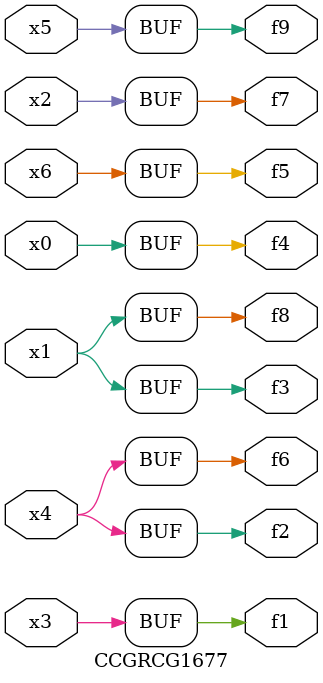
<source format=v>
module CCGRCG1677(
	input x0, x1, x2, x3, x4, x5, x6,
	output f1, f2, f3, f4, f5, f6, f7, f8, f9
);
	assign f1 = x3;
	assign f2 = x4;
	assign f3 = x1;
	assign f4 = x0;
	assign f5 = x6;
	assign f6 = x4;
	assign f7 = x2;
	assign f8 = x1;
	assign f9 = x5;
endmodule

</source>
